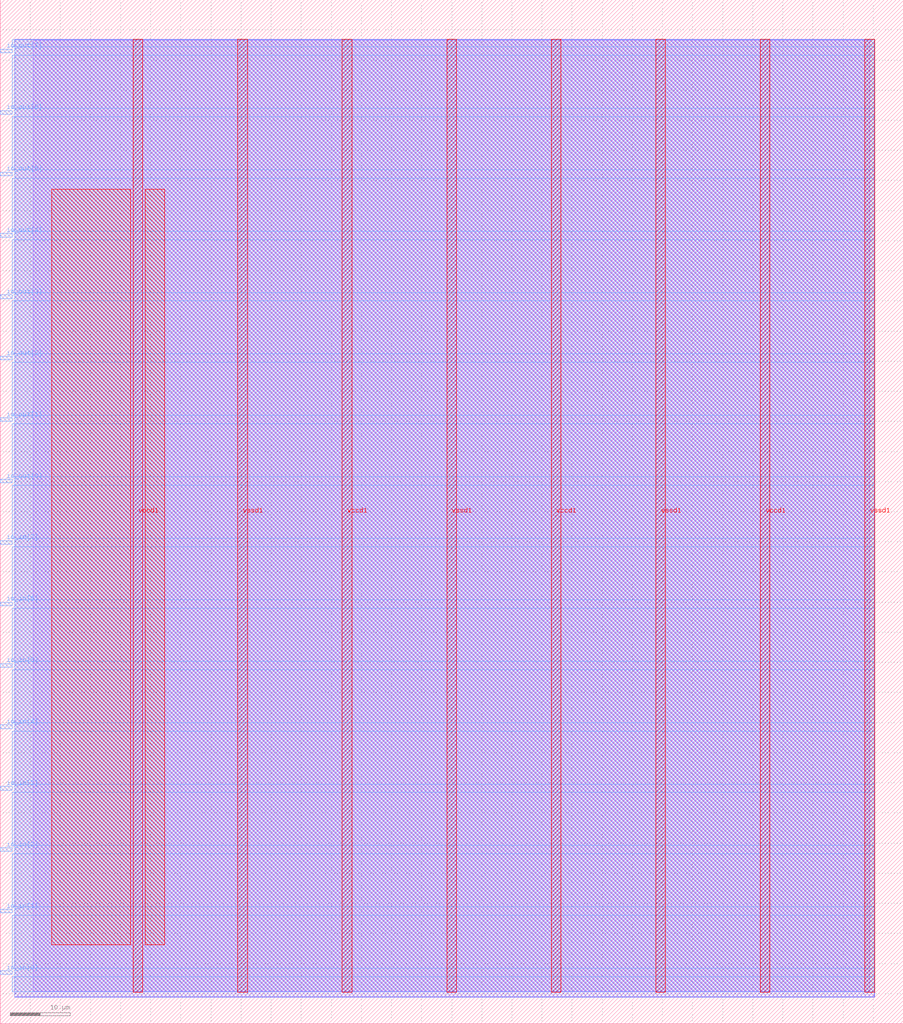
<source format=lef>
VERSION 5.7 ;
  NOWIREEXTENSIONATPIN ON ;
  DIVIDERCHAR "/" ;
  BUSBITCHARS "[]" ;
MACRO krasin_3_bit_8_channel_pwm_driver
  CLASS BLOCK ;
  FOREIGN krasin_3_bit_8_channel_pwm_driver ;
  ORIGIN 0.000 0.000 ;
  SIZE 150.000 BY 170.000 ;
  PIN io_in[0]
    DIRECTION INPUT ;
    USE SIGNAL ;
    PORT
      LAYER met3 ;
        RECT 0.000 8.200 2.000 8.800 ;
    END
  END io_in[0]
  PIN io_in[1]
    DIRECTION INPUT ;
    USE SIGNAL ;
    PORT
      LAYER met3 ;
        RECT 0.000 18.400 2.000 19.000 ;
    END
  END io_in[1]
  PIN io_in[2]
    DIRECTION INPUT ;
    USE SIGNAL ;
    PORT
      LAYER met3 ;
        RECT 0.000 28.600 2.000 29.200 ;
    END
  END io_in[2]
  PIN io_in[3]
    DIRECTION INPUT ;
    USE SIGNAL ;
    PORT
      LAYER met3 ;
        RECT 0.000 38.800 2.000 39.400 ;
    END
  END io_in[3]
  PIN io_in[4]
    DIRECTION INPUT ;
    USE SIGNAL ;
    PORT
      LAYER met3 ;
        RECT 0.000 49.000 2.000 49.600 ;
    END
  END io_in[4]
  PIN io_in[5]
    DIRECTION INPUT ;
    USE SIGNAL ;
    PORT
      LAYER met3 ;
        RECT 0.000 59.200 2.000 59.800 ;
    END
  END io_in[5]
  PIN io_in[6]
    DIRECTION INPUT ;
    USE SIGNAL ;
    PORT
      LAYER met3 ;
        RECT 0.000 69.400 2.000 70.000 ;
    END
  END io_in[6]
  PIN io_in[7]
    DIRECTION INPUT ;
    USE SIGNAL ;
    PORT
      LAYER met3 ;
        RECT 0.000 79.600 2.000 80.200 ;
    END
  END io_in[7]
  PIN io_out[0]
    DIRECTION OUTPUT TRISTATE ;
    USE SIGNAL ;
    PORT
      LAYER met3 ;
        RECT 0.000 89.800 2.000 90.400 ;
    END
  END io_out[0]
  PIN io_out[1]
    DIRECTION OUTPUT TRISTATE ;
    USE SIGNAL ;
    PORT
      LAYER met3 ;
        RECT 0.000 100.000 2.000 100.600 ;
    END
  END io_out[1]
  PIN io_out[2]
    DIRECTION OUTPUT TRISTATE ;
    USE SIGNAL ;
    PORT
      LAYER met3 ;
        RECT 0.000 110.200 2.000 110.800 ;
    END
  END io_out[2]
  PIN io_out[3]
    DIRECTION OUTPUT TRISTATE ;
    USE SIGNAL ;
    PORT
      LAYER met3 ;
        RECT 0.000 120.400 2.000 121.000 ;
    END
  END io_out[3]
  PIN io_out[4]
    DIRECTION OUTPUT TRISTATE ;
    USE SIGNAL ;
    PORT
      LAYER met3 ;
        RECT 0.000 130.600 2.000 131.200 ;
    END
  END io_out[4]
  PIN io_out[5]
    DIRECTION OUTPUT TRISTATE ;
    USE SIGNAL ;
    PORT
      LAYER met3 ;
        RECT 0.000 140.800 2.000 141.400 ;
    END
  END io_out[5]
  PIN io_out[6]
    DIRECTION OUTPUT TRISTATE ;
    USE SIGNAL ;
    PORT
      LAYER met3 ;
        RECT 0.000 151.000 2.000 151.600 ;
    END
  END io_out[6]
  PIN io_out[7]
    DIRECTION OUTPUT TRISTATE ;
    USE SIGNAL ;
    PORT
      LAYER met3 ;
        RECT 0.000 161.200 2.000 161.800 ;
    END
  END io_out[7]
  PIN vccd1
    DIRECTION INOUT ;
    USE POWER ;
    PORT
      LAYER met4 ;
        RECT 22.085 5.200 23.685 163.440 ;
    END
    PORT
      LAYER met4 ;
        RECT 56.815 5.200 58.415 163.440 ;
    END
    PORT
      LAYER met4 ;
        RECT 91.545 5.200 93.145 163.440 ;
    END
    PORT
      LAYER met4 ;
        RECT 126.275 5.200 127.875 163.440 ;
    END
  END vccd1
  PIN vssd1
    DIRECTION INOUT ;
    USE GROUND ;
    PORT
      LAYER met4 ;
        RECT 39.450 5.200 41.050 163.440 ;
    END
    PORT
      LAYER met4 ;
        RECT 74.180 5.200 75.780 163.440 ;
    END
    PORT
      LAYER met4 ;
        RECT 108.910 5.200 110.510 163.440 ;
    END
    PORT
      LAYER met4 ;
        RECT 143.640 5.200 145.240 163.440 ;
    END
  END vssd1
  OBS
      LAYER li1 ;
        RECT 5.520 5.355 144.440 163.285 ;
      LAYER met1 ;
        RECT 2.370 4.460 145.240 163.440 ;
      LAYER met2 ;
        RECT 2.390 4.430 145.210 163.385 ;
      LAYER met3 ;
        RECT 2.000 162.200 145.230 163.365 ;
        RECT 2.400 160.800 145.230 162.200 ;
        RECT 2.000 152.000 145.230 160.800 ;
        RECT 2.400 150.600 145.230 152.000 ;
        RECT 2.000 141.800 145.230 150.600 ;
        RECT 2.400 140.400 145.230 141.800 ;
        RECT 2.000 131.600 145.230 140.400 ;
        RECT 2.400 130.200 145.230 131.600 ;
        RECT 2.000 121.400 145.230 130.200 ;
        RECT 2.400 120.000 145.230 121.400 ;
        RECT 2.000 111.200 145.230 120.000 ;
        RECT 2.400 109.800 145.230 111.200 ;
        RECT 2.000 101.000 145.230 109.800 ;
        RECT 2.400 99.600 145.230 101.000 ;
        RECT 2.000 90.800 145.230 99.600 ;
        RECT 2.400 89.400 145.230 90.800 ;
        RECT 2.000 80.600 145.230 89.400 ;
        RECT 2.400 79.200 145.230 80.600 ;
        RECT 2.000 70.400 145.230 79.200 ;
        RECT 2.400 69.000 145.230 70.400 ;
        RECT 2.000 60.200 145.230 69.000 ;
        RECT 2.400 58.800 145.230 60.200 ;
        RECT 2.000 50.000 145.230 58.800 ;
        RECT 2.400 48.600 145.230 50.000 ;
        RECT 2.000 39.800 145.230 48.600 ;
        RECT 2.400 38.400 145.230 39.800 ;
        RECT 2.000 29.600 145.230 38.400 ;
        RECT 2.400 28.200 145.230 29.600 ;
        RECT 2.000 19.400 145.230 28.200 ;
        RECT 2.400 18.000 145.230 19.400 ;
        RECT 2.000 9.200 145.230 18.000 ;
        RECT 2.400 7.800 145.230 9.200 ;
        RECT 2.000 5.275 145.230 7.800 ;
      LAYER met4 ;
        RECT 8.575 13.095 21.685 138.545 ;
        RECT 24.085 13.095 27.305 138.545 ;
  END
END krasin_3_bit_8_channel_pwm_driver
END LIBRARY


</source>
